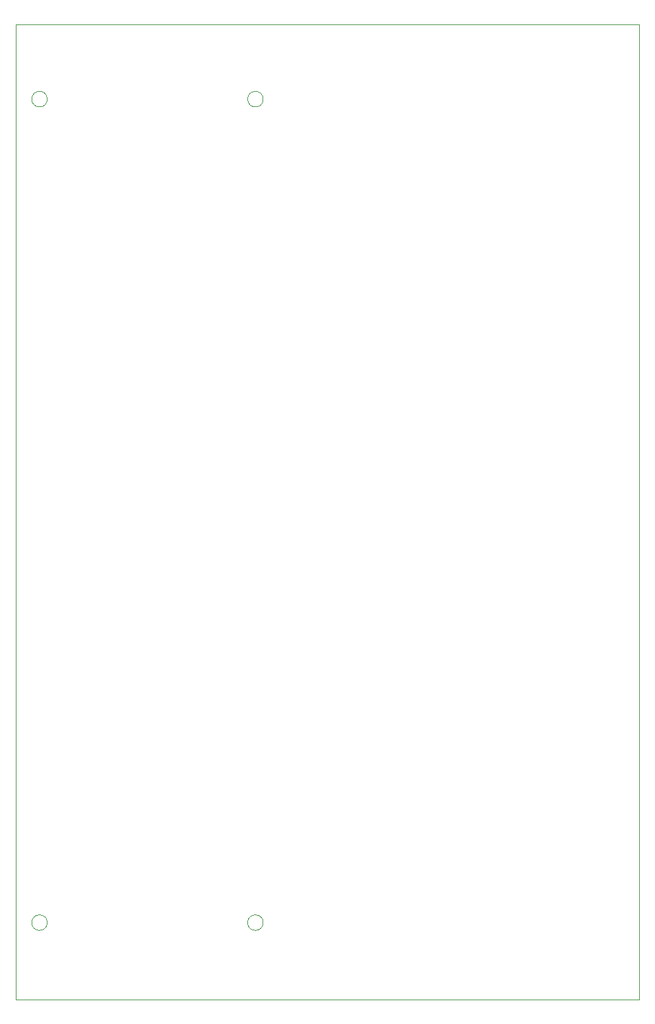
<source format=gbr>
%TF.GenerationSoftware,KiCad,Pcbnew,9.0.2*%
%TF.CreationDate,2025-10-29T16:28:33+01:00*%
%TF.ProjectId,neverx_main,6e657665-7278-45f6-9d61-696e2e6b6963,rev?*%
%TF.SameCoordinates,Original*%
%TF.FileFunction,Profile,NP*%
%FSLAX46Y46*%
G04 Gerber Fmt 4.6, Leading zero omitted, Abs format (unit mm)*
G04 Created by KiCad (PCBNEW 9.0.2) date 2025-10-29 16:28:33*
%MOMM*%
%LPD*%
G01*
G04 APERTURE LIST*
%TA.AperFunction,Profile*%
%ADD10C,0.050000*%
%TD*%
G04 APERTURE END LIST*
D10*
X90000000Y-30000000D02*
X170000000Y-30000000D01*
X170000000Y-155000000D01*
X90000000Y-155000000D01*
X90000000Y-30000000D01*
%TO.C,U1*%
X94045000Y-39550000D02*
G75*
G02*
X92045000Y-39550000I-1000000J0D01*
G01*
X92045000Y-39550000D02*
G75*
G02*
X94045000Y-39550000I1000000J0D01*
G01*
X94045000Y-145150000D02*
G75*
G02*
X92045000Y-145150000I-1000000J0D01*
G01*
X92045000Y-145150000D02*
G75*
G02*
X94045000Y-145150000I1000000J0D01*
G01*
X121755000Y-39550000D02*
G75*
G02*
X119755000Y-39550000I-1000000J0D01*
G01*
X119755000Y-39550000D02*
G75*
G02*
X121755000Y-39550000I1000000J0D01*
G01*
X121755000Y-145150000D02*
G75*
G02*
X119755000Y-145150000I-1000000J0D01*
G01*
X119755000Y-145150000D02*
G75*
G02*
X121755000Y-145150000I1000000J0D01*
G01*
%TD*%
M02*

</source>
